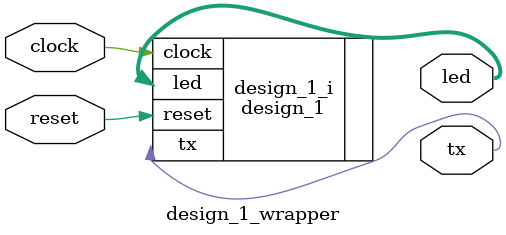
<source format=v>
`timescale 1 ps / 1 ps

module design_1_wrapper
   (clock,
    led,
    reset,
    tx);
  input clock;
  output [3:0]led;
  input reset;
  output tx;

  wire clock;
  wire [3:0]led;
  wire reset;
  wire tx;

  design_1 design_1_i
       (.clock(clock),
        .led(led),
        .reset(reset),
        .tx(tx));
endmodule

</source>
